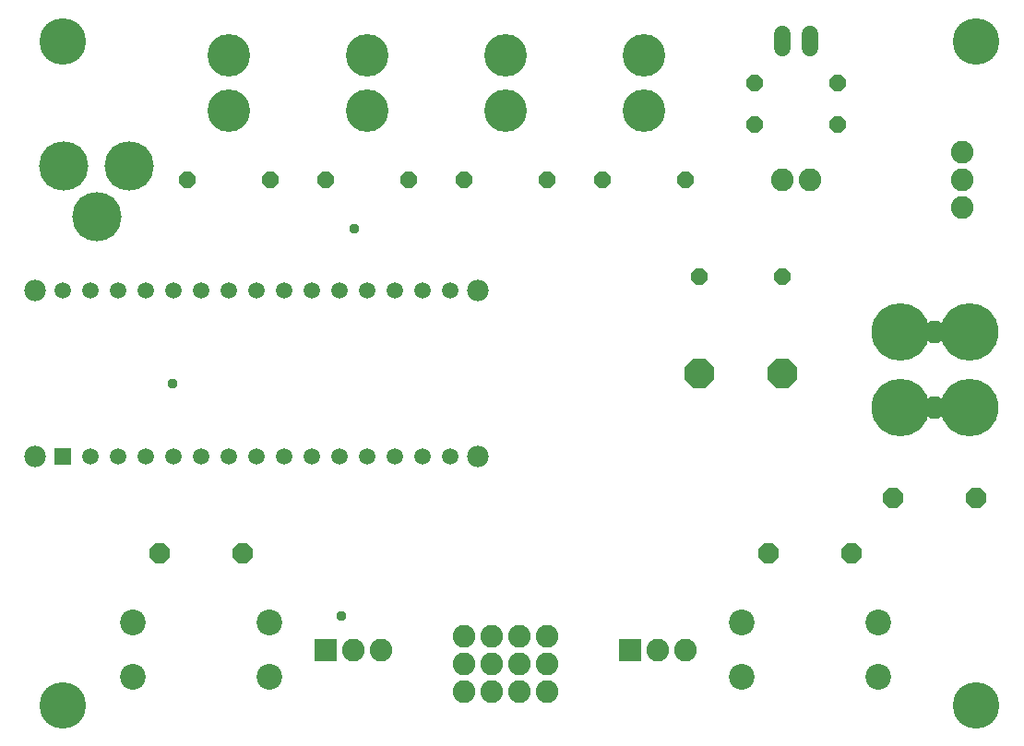
<source format=gbr>
G04 EAGLE Gerber RS-274X export*
G75*
%MOMM*%
%FSLAX34Y34*%
%LPD*%
%INSoldermask Top*%
%IPPOS*%
%AMOC8*
5,1,8,0,0,1.08239X$1,22.5*%
G01*
%ADD10C,1.981200*%
%ADD11R,1.511200X1.511200*%
%ADD12C,1.511200*%
%ADD13C,3.903200*%
%ADD14P,1.649562X8X22.500000*%
%ADD15C,2.362200*%
%ADD16P,2.034460X8X22.500000*%
%ADD17R,2.082800X2.082800*%
%ADD18C,2.082800*%
%ADD19P,2.969212X8X22.500000*%
%ADD20P,1.649562X8X202.500000*%
%ADD21C,4.521200*%
%ADD22C,1.524000*%
%ADD23C,4.267200*%
%ADD24C,0.959600*%
%ADD25C,5.283200*%


D10*
X12700Y266700D03*
D11*
X38100Y266700D03*
D12*
X63500Y266700D03*
X88900Y266700D03*
X114300Y266700D03*
X139700Y266700D03*
X165100Y266700D03*
X190500Y266700D03*
X215900Y266700D03*
X241300Y266700D03*
X266700Y266700D03*
X292100Y266700D03*
X317500Y266700D03*
X342900Y266700D03*
X368300Y266700D03*
X393700Y266700D03*
X393700Y419100D03*
X368300Y419100D03*
X342900Y419100D03*
X317500Y419100D03*
X292100Y419100D03*
X266700Y419100D03*
X241300Y419100D03*
X215900Y419100D03*
X190500Y419100D03*
X165100Y419100D03*
X139700Y419100D03*
X114300Y419100D03*
X88900Y419100D03*
X63500Y419100D03*
X38100Y419100D03*
D10*
X12700Y419100D03*
X419100Y419100D03*
X419100Y266700D03*
D13*
X190500Y584200D03*
X190500Y635000D03*
X317500Y584200D03*
X317500Y635000D03*
X444500Y584200D03*
X444500Y635000D03*
X571500Y584200D03*
X571500Y635000D03*
D14*
X152400Y520700D03*
X228600Y520700D03*
X279400Y520700D03*
X355600Y520700D03*
X406400Y520700D03*
X482600Y520700D03*
X533400Y520700D03*
X609600Y520700D03*
D15*
X102600Y113900D03*
X102600Y63900D03*
X227600Y63900D03*
X227600Y113900D03*
X661400Y113900D03*
X661400Y63900D03*
X786400Y63900D03*
X786400Y113900D03*
D16*
X127000Y177800D03*
X203200Y177800D03*
X685800Y177800D03*
X762000Y177800D03*
D17*
X558800Y88750D03*
D18*
X584200Y88750D03*
X609600Y88750D03*
D17*
X279400Y88750D03*
D18*
X304800Y88750D03*
X330200Y88750D03*
D19*
X622300Y342900D03*
X698500Y342900D03*
D20*
X698500Y431800D03*
X622300Y431800D03*
D18*
X723900Y520700D03*
X698500Y520700D03*
D21*
X98900Y533400D03*
X38900Y533400D03*
X68900Y486400D03*
D22*
X698500Y641096D02*
X698500Y654304D01*
X723900Y654304D02*
X723900Y641096D01*
D14*
X673100Y609600D03*
X749300Y609600D03*
X673100Y571500D03*
X749300Y571500D03*
D18*
X838200Y381000D03*
X838200Y311150D03*
D16*
X800100Y228600D03*
X876300Y228600D03*
D18*
X406400Y101600D03*
X406400Y76200D03*
X406400Y50800D03*
X431800Y101600D03*
X431800Y76200D03*
X431800Y50800D03*
X457200Y101600D03*
X457200Y76200D03*
X457200Y50800D03*
X482600Y101600D03*
X482600Y76200D03*
X482600Y50800D03*
X863600Y546100D03*
X863600Y520700D03*
X863600Y495300D03*
D23*
X38100Y647700D03*
X38100Y38100D03*
X876300Y647700D03*
X876300Y38100D03*
D24*
X305181Y475107D03*
D25*
X806450Y381000D03*
X869950Y381000D03*
X806450Y311150D03*
X869950Y311150D03*
D24*
X293624Y120142D03*
X138430Y333121D03*
M02*

</source>
